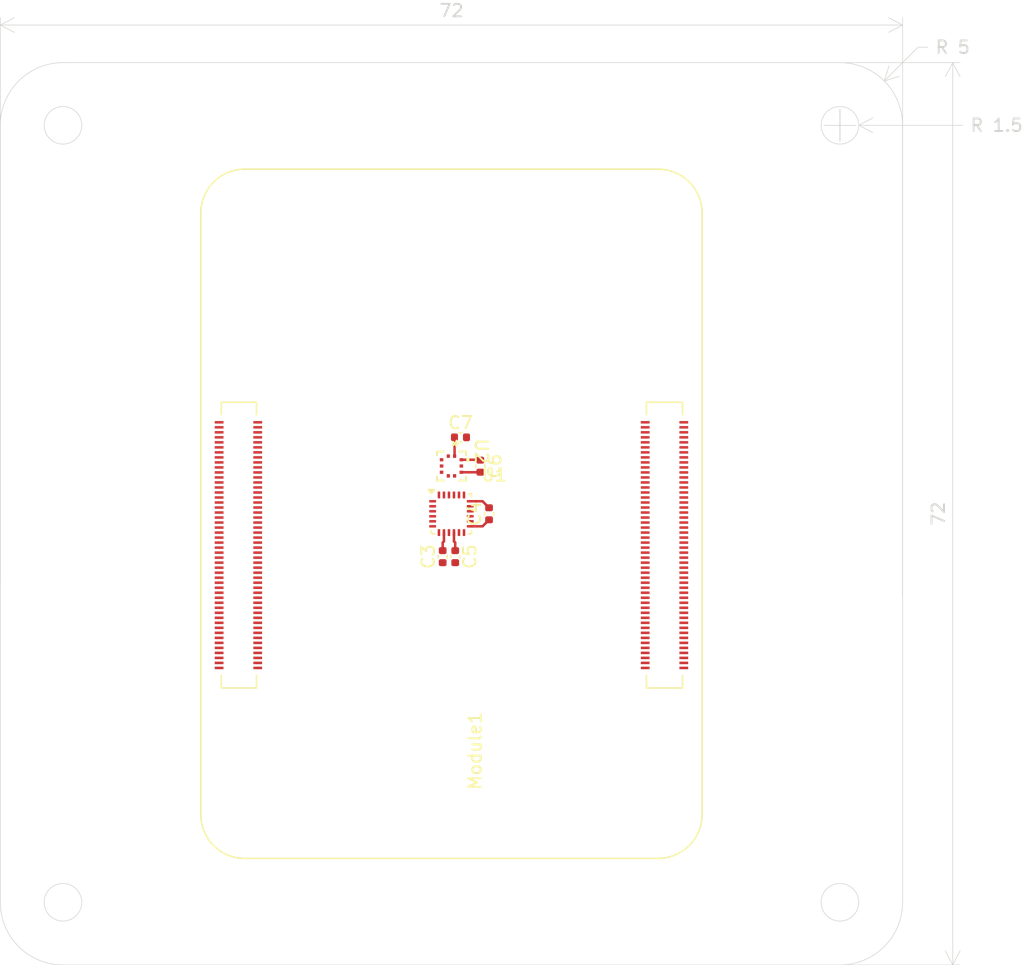
<source format=kicad_pcb>
(kicad_pcb (version 20241229) (generator "pcbnew") (generator_version "9.0")
  (title_block (title "VikramSat Avionics Board") (date "20 July 2025") (rev "v0.1") (company "Astralis"))
  (layers (0 "F.Cu" signal) (2 "B.Cu" signal) (13 "F.Paste" user) (15 "B.Paste" user) (5 "F.SilkS" user "F.Silkscreen") (7 "B.SilkS" user "B.Silkscreen") (1 "F.Mask" user) (3 "B.Mask" user) (25 "Edge.Cuts" user))
  (net 0 "")
  (net 1 "+1V8")
  (net 2 "GND")
  (net 3 "+3V3")
  (net 4 "Net-(U1-REGOUT)")
  (net 5 "/CC2")
  (net 6 "/D+")
  (net 7 "/D-")
  (net 8 "/CC1")
  (net 18 "/MISO1")
  (net 22 "+5V")
  (net 58 "/MOSI1")
  (net 108 "/SCLK1")
  (net 156 "/CS_IMU")
  (net 161 "/CS_BMP")
  (footprint "Avionics-Board:RPi-CM5" (layer "F.Cu") (at 128.1 129.2)
    (property "Reference" "Module1" (at 18.38 -5.08 270) (layer "F.SilkS"))
    (property "Value" "ComputeModule5-CM5")
    (fp_line (start -3.5 -48) (end -3.5 0) (stroke (width 0.12)) (layer "F.SilkS"))
    (fp_line (start -1.86 -32.9) (end -1.86 -31.9) (stroke (width 0.12)) (layer "F.SilkS"))
    (fp_line (start -1.86 -32.9) (end 0.94 -32.9) (stroke (width 0.12)) (layer "F.SilkS"))
    (fp_line (start -1.86 -10.1) (end -1.86 -11.1) (stroke (width 0.12)) (layer "F.SilkS"))
    (fp_line (start -1.86 -10.1) (end 0.94 -10.1) (stroke (width 0.12)) (layer "F.SilkS"))
    (fp_line (start 0 3.5) (end 33 3.5) (stroke (width 0.12)) (layer "F.SilkS"))
    (fp_line (start 0.94 -32.9) (end 0.94 -31.9) (stroke (width 0.12)) (layer "F.SilkS"))
    (fp_line (start 0.94 -10.1) (end 0.94 -11.1) (stroke (width 0.12)) (layer "F.SilkS"))
    (fp_line (start 32.06 -32.9) (end 32.06 -31.9) (stroke (width 0.12)) (layer "F.SilkS"))
    (fp_line (start 32.06 -32.9) (end 34.94 -32.9) (stroke (width 0.12)) (layer "F.SilkS"))
    (fp_line (start 32.06 -10.1) (end 32.06 -11.1) (stroke (width 0.12)) (layer "F.SilkS"))
    (fp_line (start 32.06 -10.1) (end 34.94 -10.1) (stroke (width 0.12)) (layer "F.SilkS"))
    (fp_line (start 33 -51.5) (end 0 -51.5) (stroke (width 0.12)) (layer "F.SilkS"))
    (fp_line (start 34.94 -32.9) (end 34.94 -31.9) (stroke (width 0.12)) (layer "F.SilkS"))
    (fp_line (start 34.94 -10.1) (end 34.94 -11.1) (stroke (width 0.12)) (layer "F.SilkS"))
    (fp_line (start 36.5 0) (end 36.5 -48) (stroke (width 0.12)) (layer "F.SilkS"))
    (fp_arc (start -3.5 -48) (mid -2.474874 -50.474874) (end 0 -51.5) (stroke (width 0.12)) (layer "F.SilkS"))
    (fp_arc (start 0 3.5) (mid -2.474874 2.474874) (end -3.5 0) (stroke (width 0.12)) (layer "F.SilkS"))
    (fp_arc (start 33 -51.5) (mid 35.474874 -50.474874) (end 36.5 -48) (stroke (width 0.12)) (layer "F.SilkS"))
    (fp_arc (start 36.5 0) (mid 35.474874 2.474874) (end 33 3.5) (stroke (width 0.12)) (layer "F.SilkS"))
    (pad "" np_thru_hole circle (at 0 -48) (size 2.7 2.7) (drill 2.7) (layers "*.Cu" "*.Mask") (clearance 1.7))
    (pad "" np_thru_hole circle (at 0 0) (size 2.7 2.7) (drill 2.7) (layers "*.Cu" "*.Mask") (clearance 1.7))
    (pad "" np_thru_hole circle (at 33 -48) (size 2.7 2.7) (drill 2.7) (layers "*.Cu" "*.Mask") (clearance 1.7))
    (pad "" np_thru_hole circle (at 33 0) (size 2.7 2.7) (drill 2.7) (layers "*.Cu" "*.Mask") (clearance 1.7))
    (pad "1" smd rect (at -2.04 -31.3 270) (size 0.2 0.7) (layers "F.Cu" "F.Mask" "F.Paste") (net 2 "GND"))
    (pad "2" smd rect (at 1.04 -31.3 270) (size 0.2 0.7) (layers "F.Cu" "F.Mask" "F.Paste") (net 2 "GND"))
    (pad "3" smd rect (at -2.04 -30.9 270) (size 0.2 0.7) (layers "F.Cu" "F.Mask" "F.Paste"))
    (pad "4" smd rect (at 1.04 -30.9 270) (size 0.2 0.7) (layers "F.Cu" "F.Mask" "F.Paste"))
    (pad "5" smd rect (at -2.04 -30.5 270) (size 0.2 0.7) (layers "F.Cu" "F.Mask" "F.Paste"))
    (pad "6" smd rect (at 1.04 -30.5 270) (size 0.2 0.7) (layers "F.Cu" "F.Mask" "F.Paste"))
    (pad "7" smd rect (at -2.04 -30.1 270) (size 0.2 0.7) (layers "F.Cu" "F.Mask" "F.Paste") (net 2 "GND"))
    (pad "8" smd rect (at 1.04 -30.1 270) (size 0.2 0.7) (layers "F.Cu" "F.Mask" "F.Paste") (net 2 "GND"))
    (pad "9" smd rect (at -2.04 -29.7 270) (size 0.2 0.7) (layers "F.Cu" "F.Mask" "F.Paste"))
    (pad "10" smd rect (at 1.04 -29.7 270) (size 0.2 0.7) (layers "F.Cu" "F.Mask" "F.Paste"))
    (pad "11" smd rect (at -2.04 -29.3 270) (size 0.2 0.7) (layers "F.Cu" "F.Mask" "F.Paste"))
    (pad "12" smd rect (at 1.04 -29.3 270) (size 0.2 0.7) (layers "F.Cu" "F.Mask" "F.Paste"))
    (pad "13" smd rect (at -2.04 -28.9 270) (size 0.2 0.7) (layers "F.Cu" "F.Mask" "F.Paste") (net 2 "GND"))
    (pad "14" smd rect (at 1.04 -28.9 270) (size 0.2 0.7) (layers "F.Cu" "F.Mask" "F.Paste") (net 2 "GND"))
    (pad "15" smd rect (at -2.04 -28.5 270) (size 0.2 0.7) (layers "F.Cu" "F.Mask" "F.Paste"))
    (pad "16" smd rect (at 1.04 -28.5 270) (size 0.2 0.7) (layers "F.Cu" "F.Mask" "F.Paste"))
    (pad "17" smd rect (at -2.04 -28.1 270) (size 0.2 0.7) (layers "F.Cu" "F.Mask" "F.Paste"))
    (pad "18" smd rect (at 1.04 -28.1 270) (size 0.2 0.7) (layers "F.Cu" "F.Mask" "F.Paste"))
    (pad "19" smd rect (at -2.04 -27.7 270) (size 0.2 0.7) (layers "F.Cu" "F.Mask" "F.Paste"))
    (pad "20" smd rect (at 1.04 -27.7 270) (size 0.2 0.7) (layers "F.Cu" "F.Mask" "F.Paste"))
    (pad "21" smd rect (at -2.04 -27.3 270) (size 0.2 0.7) (layers "F.Cu" "F.Mask" "F.Paste"))
    (pad "22" smd rect (at 1.04 -27.3 270) (size 0.2 0.7) (layers "F.Cu" "F.Mask" "F.Paste") (net 2 "GND"))
    (pad "23" smd rect (at -2.04 -26.9 270) (size 0.2 0.7) (layers "F.Cu" "F.Mask" "F.Paste") (net 2 "GND"))
    (pad "24" smd rect (at 1.04 -26.9 270) (size 0.2 0.7) (layers "F.Cu" "F.Mask" "F.Paste"))
    (pad "25" smd rect (at -2.04 -26.5 270) (size 0.2 0.7) (layers "F.Cu" "F.Mask" "F.Paste") (net 108 "/SCLK1"))
    (pad "26" smd rect (at 1.04 -26.5 270) (size 0.2 0.7) (layers "F.Cu" "F.Mask" "F.Paste") (net 18 "/MISO1"))
    (pad "27" smd rect (at -2.04 -26.1 270) (size 0.2 0.7) (layers "F.Cu" "F.Mask" "F.Paste") (net 58 "/MOSI1"))
    (pad "28" smd rect (at 1.04 -26.1 270) (size 0.2 0.7) (layers "F.Cu" "F.Mask" "F.Paste"))
    (pad "29" smd rect (at -2.04 -25.7 270) (size 0.2 0.7) (layers "F.Cu" "F.Mask" "F.Paste"))
    (pad "30" smd rect (at 1.04 -25.7 270) (size 0.2 0.7) (layers "F.Cu" "F.Mask" "F.Paste"))
    (pad "31" smd rect (at -2.04 -25.3 270) (size 0.2 0.7) (layers "F.Cu" "F.Mask" "F.Paste"))
    (pad "32" smd rect (at 1.04 -25.3 270) (size 0.2 0.7) (layers "F.Cu" "F.Mask" "F.Paste") (net 2 "GND"))
    (pad "33" smd rect (at -2.04 -24.9 270) (size 0.2 0.7) (layers "F.Cu" "F.Mask" "F.Paste") (net 2 "GND"))
    (pad "34" smd rect (at 1.04 -24.9 270) (size 0.2 0.7) (layers "F.Cu" "F.Mask" "F.Paste"))
    (pad "35" smd rect (at -2.04 -24.5 270) (size 0.2 0.7) (layers "F.Cu" "F.Mask" "F.Paste"))
    (pad "36" smd rect (at 1.04 -24.5 270) (size 0.2 0.7) (layers "F.Cu" "F.Mask" "F.Paste"))
    (pad "37" smd rect (at -2.04 -24.1 270) (size 0.2 0.7) (layers "F.Cu" "F.Mask" "F.Paste"))
    (pad "38" smd rect (at 1.04 -24.1 270) (size 0.2 0.7) (layers "F.Cu" "F.Mask" "F.Paste"))
    (pad "39" smd rect (at -2.04 -23.7 270) (size 0.2 0.7) (layers "F.Cu" "F.Mask" "F.Paste"))
    (pad "40" smd rect (at 1.04 -23.7 270) (size 0.2 0.7) (layers "F.Cu" "F.Mask" "F.Paste"))
    (pad "41" smd rect (at -2.04 -23.3 270) (size 0.2 0.7) (layers "F.Cu" "F.Mask" "F.Paste"))
    (pad "42" smd rect (at 1.04 -23.3 270) (size 0.2 0.7) (layers "F.Cu" "F.Mask" "F.Paste") (net 2 "GND"))
    (pad "43" smd rect (at -2.04 -22.9 270) (size 0.2 0.7) (layers "F.Cu" "F.Mask" "F.Paste") (net 2 "GND"))
    (pad "44" smd rect (at 1.04 -22.9 270) (size 0.2 0.7) (layers "F.Cu" "F.Mask" "F.Paste"))
    (pad "45" smd rect (at -2.04 -22.5 270) (size 0.2 0.7) (layers "F.Cu" "F.Mask" "F.Paste"))
    (pad "46" smd rect (at 1.04 -22.5 270) (size 0.2 0.7) (layers "F.Cu" "F.Mask" "F.Paste"))
    (pad "47" smd rect (at -2.04 -22.1 270) (size 0.2 0.7) (layers "F.Cu" "F.Mask" "F.Paste"))
    (pad "48" smd rect (at 1.04 -22.1 270) (size 0.2 0.7) (layers "F.Cu" "F.Mask" "F.Paste"))
    (pad "49" smd rect (at -2.04 -21.7 270) (size 0.2 0.7) (layers "F.Cu" "F.Mask" "F.Paste"))
    (pad "50" smd rect (at 1.04 -21.7 270) (size 0.2 0.7) (layers "F.Cu" "F.Mask" "F.Paste"))
    (pad "51" smd rect (at -2.04 -21.3 270) (size 0.2 0.7) (layers "F.Cu" "F.Mask" "F.Paste"))
    (pad "52" smd rect (at 1.04 -21.3 270) (size 0.2 0.7) (layers "F.Cu" "F.Mask" "F.Paste") (net 2 "GND"))
    (pad "53" smd rect (at -2.04 -20.9 270) (size 0.2 0.7) (layers "F.Cu" "F.Mask" "F.Paste") (net 2 "GND"))
    (pad "54" smd rect (at 1.04 -20.9 270) (size 0.2 0.7) (layers "F.Cu" "F.Mask" "F.Paste"))
    (pad "55" smd rect (at -2.04 -20.5 270) (size 0.2 0.7) (layers "F.Cu" "F.Mask" "F.Paste"))
    (pad "56" smd rect (at 1.04 -20.5 270) (size 0.2 0.7) (layers "F.Cu" "F.Mask" "F.Paste"))
    (pad "57" smd rect (at -2.04 -20.1 270) (size 0.2 0.7) (layers "F.Cu" "F.Mask" "F.Paste"))
    (pad "58" smd rect (at 1.04 -20.1 270) (size 0.2 0.7) (layers "F.Cu" "F.Mask" "F.Paste"))
    (pad "59" smd rect (at -2.04 -19.7 270) (size 0.2 0.7) (layers "F.Cu" "F.Mask" "F.Paste") (net 2 "GND"))
    (pad "60" smd rect (at 1.04 -19.7 270) (size 0.2 0.7) (layers "F.Cu" "F.Mask" "F.Paste") (net 2 "GND"))
    (pad "61" smd rect (at -2.04 -19.3 270) (size 0.2 0.7) (layers "F.Cu" "F.Mask" "F.Paste"))
    (pad "62" smd rect (at 1.04 -19.3 270) (size 0.2 0.7) (layers "F.Cu" "F.Mask" "F.Paste"))
    (pad "63" smd rect (at -2.04 -18.9 270) (size 0.2 0.7) (layers "F.Cu" "F.Mask" "F.Paste"))
    (pad "64" smd rect (at 1.04 -18.9 270) (size 0.2 0.7) (layers "F.Cu" "F.Mask" "F.Paste"))
    (pad "65" smd rect (at -2.04 -18.5 270) (size 0.2 0.7) (layers "F.Cu" "F.Mask" "F.Paste") (net 2 "GND"))
    (pad "66" smd rect (at 1.04 -18.5 270) (size 0.2 0.7) (layers "F.Cu" "F.Mask" "F.Paste") (net 2 "GND"))
    (pad "67" smd rect (at -2.04 -18.1 270) (size 0.2 0.7) (layers "F.Cu" "F.Mask" "F.Paste"))
    (pad "68" smd rect (at 1.04 -18.1 270) (size 0.2 0.7) (layers "F.Cu" "F.Mask" "F.Paste"))
    (pad "69" smd rect (at -2.04 -17.7 270) (size 0.2 0.7) (layers "F.Cu" "F.Mask" "F.Paste"))
    (pad "70" smd rect (at 1.04 -17.7 270) (size 0.2 0.7) (layers "F.Cu" "F.Mask" "F.Paste"))
    (pad "71" smd rect (at -2.04 -17.3 270) (size 0.2 0.7) (layers "F.Cu" "F.Mask" "F.Paste") (net 2 "GND"))
    (pad "72" smd rect (at 1.04 -17.3 270) (size 0.2 0.7) (layers "F.Cu" "F.Mask" "F.Paste"))
    (pad "73" smd rect (at -2.04 -16.9 270) (size 0.2 0.7) (layers "F.Cu" "F.Mask" "F.Paste"))
    (pad "74" smd rect (at 1.04 -16.9 270) (size 0.2 0.7) (layers "F.Cu" "F.Mask" "F.Paste") (net 2 "GND"))
    (pad "75" smd rect (at -2.04 -16.5 270) (size 0.2 0.7) (layers "F.Cu" "F.Mask" "F.Paste"))
    (pad "76" smd rect (at 1.04 -16.5 270) (size 0.2 0.7) (layers "F.Cu" "F.Mask" "F.Paste"))
    (pad "77" smd rect (at -2.04 -16.1 270) (size 0.2 0.7) (layers "F.Cu" "F.Mask" "F.Paste") (net 22 "+5V"))
    (pad "78" smd rect (at 1.04 -16.1 270) (size 0.2 0.7) (layers "F.Cu" "F.Mask" "F.Paste"))
    (pad "79" smd rect (at -2.04 -15.7 270) (size 0.2 0.7) (layers "F.Cu" "F.Mask" "F.Paste") (net 22 "+5V"))
    (pad "80" smd rect (at 1.04 -15.7 270) (size 0.2 0.7) (layers "F.Cu" "F.Mask" "F.Paste"))
    (pad "81" smd rect (at -2.04 -15.3 270) (size 0.2 0.7) (layers "F.Cu" "F.Mask" "F.Paste") (net 22 "+5V"))
    (pad "82" smd rect (at 1.04 -15.3 270) (size 0.2 0.7) (layers "F.Cu" "F.Mask" "F.Paste"))
    (pad "83" smd rect (at -2.04 -14.9 270) (size 0.2 0.7) (layers "F.Cu" "F.Mask" "F.Paste") (net 22 "+5V"))
    (pad "84" smd rect (at 1.04 -14.9 270) (size 0.2 0.7) (layers "F.Cu" "F.Mask" "F.Paste") (net 3 "+3V3"))
    (pad "85" smd rect (at -2.04 -14.5 270) (size 0.2 0.7) (layers "F.Cu" "F.Mask" "F.Paste") (net 22 "+5V"))
    (pad "86" smd rect (at 1.04 -14.5 270) (size 0.2 0.7) (layers "F.Cu" "F.Mask" "F.Paste") (net 3 "+3V3"))
    (pad "87" smd rect (at -2.04 -14.1 270) (size 0.2 0.7) (layers "F.Cu" "F.Mask" "F.Paste") (net 22 "+5V"))
    (pad "88" smd rect (at 1.04 -14.1 270) (size 0.2 0.7) (layers "F.Cu" "F.Mask" "F.Paste") (net 1 "+1V8"))
    (pad "89" smd rect (at -2.04 -13.7 270) (size 0.2 0.7) (layers "F.Cu" "F.Mask" "F.Paste"))
    (pad "90" smd rect (at 1.04 -13.7 270) (size 0.2 0.7) (layers "F.Cu" "F.Mask" "F.Paste") (net 1 "+1V8"))
    (pad "91" smd rect (at -2.04 -13.3 270) (size 0.2 0.7) (layers "F.Cu" "F.Mask" "F.Paste"))
    (pad "92" smd rect (at 1.04 -13.3 270) (size 0.2 0.7) (layers "F.Cu" "F.Mask" "F.Paste"))
    (pad "93" smd rect (at -2.04 -12.9 270) (size 0.2 0.7) (layers "F.Cu" "F.Mask" "F.Paste"))
    (pad "94" smd rect (at 1.04 -12.9 270) (size 0.2 0.7) (layers "F.Cu" "F.Mask" "F.Paste") (net 8 "/CC1"))
    (pad "95" smd rect (at -2.04 -12.5 270) (size 0.2 0.7) (layers "F.Cu" "F.Mask" "F.Paste"))
    (pad "96" smd rect (at 1.04 -12.5 270) (size 0.2 0.7) (layers "F.Cu" "F.Mask" "F.Paste") (net 5 "/CC2"))
    (pad "97" smd rect (at -2.04 -12.1 270) (size 0.2 0.7) (layers "F.Cu" "F.Mask" "F.Paste"))
    (pad "98" smd rect (at 1.04 -12.1 270) (size 0.2 0.7) (layers "F.Cu" "F.Mask" "F.Paste") (net 2 "GND"))
    (pad "99" smd rect (at -2.04 -11.7 270) (size 0.2 0.7) (layers "F.Cu" "F.Mask" "F.Paste"))
    (pad "100" smd rect (at 1.04 -11.7 270) (size 0.2 0.7) (layers "F.Cu" "F.Mask" "F.Paste"))
    (pad "101" smd rect (at 31.96 -31.3 270) (size 0.2 0.7) (layers "F.Cu" "F.Mask" "F.Paste"))
    (pad "102" smd rect (at 35.04 -31.3 270) (size 0.2 0.7) (layers "F.Cu" "F.Mask" "F.Paste"))
    (pad "103" smd rect (at 31.96 -30.9 270) (size 0.2 0.7) (layers "F.Cu" "F.Mask" "F.Paste") (net 7 "/D-"))
    (pad "104" smd rect (at 35.04 -30.9 270) (size 0.2 0.7) (layers "F.Cu" "F.Mask" "F.Paste"))
    (pad "105" smd rect (at 31.96 -30.5 270) (size 0.2 0.7) (layers "F.Cu" "F.Mask" "F.Paste") (net 6 "/D+"))
    (pad "106" smd rect (at 35.04 -30.5 270) (size 0.2 0.7) (layers "F.Cu" "F.Mask" "F.Paste"))
    (pad "107" smd rect (at 31.96 -30.1 270) (size 0.2 0.7) (layers "F.Cu" "F.Mask" "F.Paste") (net 2 "GND"))
    (pad "108" smd rect (at 35.04 -30.1 270) (size 0.2 0.7) (layers "F.Cu" "F.Mask" "F.Paste") (net 2 "GND"))
    (pad "109" smd rect (at 31.96 -29.7 270) (size 0.2 0.7) (layers "F.Cu" "F.Mask" "F.Paste"))
    (pad "110" smd rect (at 35.04 -29.7 270) (size 0.2 0.7) (layers "F.Cu" "F.Mask" "F.Paste"))
    (pad "111" smd rect (at 31.96 -29.3 270) (size 0.2 0.7) (layers "F.Cu" "F.Mask" "F.Paste"))
    (pad "112" smd rect (at 35.04 -29.3 270) (size 0.2 0.7) (layers "F.Cu" "F.Mask" "F.Paste"))
    (pad "113" smd rect (at 31.96 -28.9 270) (size 0.2 0.7) (layers "F.Cu" "F.Mask" "F.Paste") (net 2 "GND"))
    (pad "114" smd rect (at 35.04 -28.9 270) (size 0.2 0.7) (layers "F.Cu" "F.Mask" "F.Paste") (net 2 "GND"))
    (pad "115" smd rect (at 31.96 -28.5 270) (size 0.2 0.7) (layers "F.Cu" "F.Mask" "F.Paste"))
    (pad "116" smd rect (at 35.04 -28.5 270) (size 0.2 0.7) (layers "F.Cu" "F.Mask" "F.Paste"))
    (pad "117" smd rect (at 31.96 -28.1 270) (size 0.2 0.7) (layers "F.Cu" "F.Mask" "F.Paste"))
    (pad "118" smd rect (at 35.04 -28.1 270) (size 0.2 0.7) (layers "F.Cu" "F.Mask" "F.Paste"))
    (pad "119" smd rect (at 31.96 -27.7 270) (size 0.2 0.7) (layers "F.Cu" "F.Mask" "F.Paste") (net 2 "GND"))
    (pad "120" smd rect (at 35.04 -27.7 270) (size 0.2 0.7) (layers "F.Cu" "F.Mask" "F.Paste") (net 2 "GND"))
    (pad "121" smd rect (at 31.96 -27.3 270) (size 0.2 0.7) (layers "F.Cu" "F.Mask" "F.Paste"))
    (pad "122" smd rect (at 35.04 -27.3 270) (size 0.2 0.7) (layers "F.Cu" "F.Mask" "F.Paste"))
    (pad "123" smd rect (at 31.96 -26.9 270) (size 0.2 0.7) (layers "F.Cu" "F.Mask" "F.Paste"))
    (pad "124" smd rect (at 35.04 -26.9 270) (size 0.2 0.7) (layers "F.Cu" "F.Mask" "F.Paste"))
    (pad "125" smd rect (at 31.96 -26.5 270) (size 0.2 0.7) (layers "F.Cu" "F.Mask" "F.Paste") (net 2 "GND"))
    (pad "126" smd rect (at 35.04 -26.5 270) (size 0.2 0.7) (layers "F.Cu" "F.Mask" "F.Paste") (net 2 "GND"))
    (pad "127" smd rect (at 31.96 -26.1 270) (size 0.2 0.7) (layers "F.Cu" "F.Mask" "F.Paste"))
    (pad "128" smd rect (at 35.04 -26.1 270) (size 0.2 0.7) (layers "F.Cu" "F.Mask" "F.Paste"))
    (pad "129" smd rect (at 31.96 -25.7 270) (size 0.2 0.7) (layers "F.Cu" "F.Mask" "F.Paste"))
    (pad "130" smd rect (at 35.04 -25.7 270) (size 0.2 0.7) (layers "F.Cu" "F.Mask" "F.Paste"))
    (pad "131" smd rect (at 31.96 -25.3 270) (size 0.2 0.7) (layers "F.Cu" "F.Mask" "F.Paste") (net 2 "GND"))
    (pad "132" smd rect (at 35.04 -25.3 270) (size 0.2 0.7) (layers "F.Cu" "F.Mask" "F.Paste") (net 2 "GND"))
    (pad "133" smd rect (at 31.96 -24.9 270) (size 0.2 0.7) (layers "F.Cu" "F.Mask" "F.Paste"))
    (pad "134" smd rect (at 35.04 -24.9 270) (size 0.2 0.7) (layers "F.Cu" "F.Mask" "F.Paste"))
    (pad "135" smd rect (at 31.96 -24.5 270) (size 0.2 0.7) (layers "F.Cu" "F.Mask" "F.Paste"))
    (pad "136" smd rect (at 35.04 -24.5 270) (size 0.2 0.7) (layers "F.Cu" "F.Mask" "F.Paste"))
    (pad "137" smd rect (at 31.96 -24.1 270) (size 0.2 0.7) (layers "F.Cu" "F.Mask" "F.Paste"))
    (pad "138" smd rect (at 35.04 -24.1 270) (size 0.2 0.7) (layers "F.Cu" "F.Mask" "F.Paste") (net 2 "GND"))
    (pad "139" smd rect (at 31.96 -23.7 270) (size 0.2 0.7) (layers "F.Cu" "F.Mask" "F.Paste"))
    (pad "140" smd rect (at 35.04 -23.7 270) (size 0.2 0.7) (layers "F.Cu" "F.Mask" "F.Paste"))
    (pad "141" smd rect (at 31.96 -23.3 270) (size 0.2 0.7) (layers "F.Cu" "F.Mask" "F.Paste"))
    (pad "142" smd rect (at 35.04 -23.3 270) (size 0.2 0.7) (layers "F.Cu" "F.Mask" "F.Paste"))
    (pad "143" smd rect (at 31.96 -22.9 270) (size 0.2 0.7) (layers "F.Cu" "F.Mask" "F.Paste"))
    (pad "144" smd rect (at 35.04 -22.9 270) (size 0.2 0.7) (layers "F.Cu" "F.Mask" "F.Paste") (net 2 "GND"))
    (pad "145" smd rect (at 31.96 -22.5 270) (size 0.2 0.7) (layers "F.Cu" "F.Mask" "F.Paste"))
    (pad "146" smd rect (at 35.04 -22.5 270) (size 0.2 0.7) (layers "F.Cu" "F.Mask" "F.Paste"))
    (pad "147" smd rect (at 31.96 -22.1 270) (size 0.2 0.7) (layers "F.Cu" "F.Mask" "F.Paste"))
    (pad "148" smd rect (at 35.04 -22.1 270) (size 0.2 0.7) (layers "F.Cu" "F.Mask" "F.Paste"))
    (pad "149" smd rect (at 31.96 -21.7 270) (size 0.2 0.7) (layers "F.Cu" "F.Mask" "F.Paste") (net 2 "GND"))
    (pad "150" smd rect (at 35.04 -21.7 270) (size 0.2 0.7) (layers "F.Cu" "F.Mask" "F.Paste") (net 2 "GND"))
    (pad "151" smd rect (at 31.96 -21.3 270) (size 0.2 0.7) (layers "F.Cu" "F.Mask" "F.Paste"))
    (pad "152" smd rect (at 35.04 -21.3 270) (size 0.2 0.7) (layers "F.Cu" "F.Mask" "F.Paste"))
    (pad "153" smd rect (at 31.96 -20.9 270) (size 0.2 0.7) (layers "F.Cu" "F.Mask" "F.Paste"))
    (pad "154" smd rect (at 35.04 -20.9 270) (size 0.2 0.7) (layers "F.Cu" "F.Mask" "F.Paste"))
    (pad "155" smd rect (at 31.96 -20.5 270) (size 0.2 0.7) (layers "F.Cu" "F.Mask" "F.Paste") (net 2 "GND"))
    (pad "156" smd rect (at 35.04 -20.5 270) (size 0.2 0.7) (layers "F.Cu" "F.Mask" "F.Paste") (net 2 "GND"))
    (pad "157" smd rect (at 31.96 -20.1 270) (size 0.2 0.7) (layers "F.Cu" "F.Mask" "F.Paste"))
    (pad "158" smd rect (at 35.04 -20.1 270) (size 0.2 0.7) (layers "F.Cu" "F.Mask" "F.Paste"))
    (pad "159" smd rect (at 31.96 -19.7 270) (size 0.2 0.7) (layers "F.Cu" "F.Mask" "F.Paste"))
    (pad "160" smd rect (at 35.04 -19.7 270) (size 0.2 0.7) (layers "F.Cu" "F.Mask" "F.Paste"))
    (pad "161" smd rect (at 31.96 -19.3 270) (size 0.2 0.7) (layers "F.Cu" "F.Mask" "F.Paste") (net 2 "GND"))
    (pad "162" smd rect (at 35.04 -19.3 270) (size 0.2 0.7) (layers "F.Cu" "F.Mask" "F.Paste") (net 2 "GND"))
    (pad "163" smd rect (at 31.96 -18.9 270) (size 0.2 0.7) (layers "F.Cu" "F.Mask" "F.Paste"))
    (pad "164" smd rect (at 35.04 -18.9 270) (size 0.2 0.7) (layers "F.Cu" "F.Mask" "F.Paste"))
    (pad "165" smd rect (at 31.96 -18.5 270) (size 0.2 0.7) (layers "F.Cu" "F.Mask" "F.Paste"))
    (pad "166" smd rect (at 35.04 -18.5 270) (size 0.2 0.7) (layers "F.Cu" "F.Mask" "F.Paste"))
    (pad "167" smd rect (at 31.96 -18.1 270) (size 0.2 0.7) (layers "F.Cu" "F.Mask" "F.Paste") (net 2 "GND"))
    (pad "168" smd rect (at 35.04 -18.1 270) (size 0.2 0.7) (layers "F.Cu" "F.Mask" "F.Paste") (net 2 "GND"))
    (pad "169" smd rect (at 31.96 -17.7 270) (size 0.2 0.7) (layers "F.Cu" "F.Mask" "F.Paste"))
    (pad "170" smd rect (at 35.04 -17.7 270) (size 0.2 0.7) (layers "F.Cu" "F.Mask" "F.Paste"))
    (pad "171" smd rect (at 31.96 -17.3 270) (size 0.2 0.7) (layers "F.Cu" "F.Mask" "F.Paste"))
    (pad "172" smd rect (at 35.04 -17.3 270) (size 0.2 0.7) (layers "F.Cu" "F.Mask" "F.Paste"))
    (pad "173" smd rect (at 31.96 -16.9 270) (size 0.2 0.7) (layers "F.Cu" "F.Mask" "F.Paste") (net 2 "GND"))
    (pad "174" smd rect (at 35.04 -16.9 270) (size 0.2 0.7) (layers "F.Cu" "F.Mask" "F.Paste") (net 2 "GND"))
    (pad "175" smd rect (at 31.96 -16.5 270) (size 0.2 0.7) (layers "F.Cu" "F.Mask" "F.Paste"))
    (pad "176" smd rect (at 35.04 -16.5 270) (size 0.2 0.7) (layers "F.Cu" "F.Mask" "F.Paste"))
    (pad "177" smd rect (at 31.96 -16.1 270) (size 0.2 0.7) (layers "F.Cu" "F.Mask" "F.Paste"))
    (pad "178" smd rect (at 35.04 -16.1 270) (size 0.2 0.7) (layers "F.Cu" "F.Mask" "F.Paste"))
    (pad "179" smd rect (at 31.96 -15.7 270) (size 0.2 0.7) (layers "F.Cu" "F.Mask" "F.Paste") (net 2 "GND"))
    (pad "180" smd rect (at 35.04 -15.7 270) (size 0.2 0.7) (layers "F.Cu" "F.Mask" "F.Paste") (net 2 "GND"))
    (pad "181" smd rect (at 31.96 -15.3 270) (size 0.2 0.7) (layers "F.Cu" "F.Mask" "F.Paste"))
    (pad "182" smd rect (at 35.04 -15.3 270) (size 0.2 0.7) (layers "F.Cu" "F.Mask" "F.Paste"))
    (pad "183" smd rect (at 31.96 -14.9 270) (size 0.2 0.7) (layers "F.Cu" "F.Mask" "F.Paste"))
    (pad "184" smd rect (at 35.04 -14.9 270) (size 0.2 0.7) (layers "F.Cu" "F.Mask" "F.Paste"))
    (pad "185" smd rect (at 31.96 -14.5 270) (size 0.2 0.7) (layers "F.Cu" "F.Mask" "F.Paste") (net 2 "GND"))
    (pad "186" smd rect (at 35.04 -14.5 270) (size 0.2 0.7) (layers "F.Cu" "F.Mask" "F.Paste") (net 2 "GND"))
    (pad "187" smd rect (at 31.96 -14.1 270) (size 0.2 0.7) (layers "F.Cu" "F.Mask" "F.Paste"))
    (pad "188" smd rect (at 35.04 -14.1 270) (size 0.2 0.7) (layers "F.Cu" "F.Mask" "F.Paste"))
    (pad "189" smd rect (at 31.96 -13.7 270) (size 0.2 0.7) (layers "F.Cu" "F.Mask" "F.Paste"))
    (pad "190" smd rect (at 35.04 -13.7 270) (size 0.2 0.7) (layers "F.Cu" "F.Mask" "F.Paste"))
    (pad "191" smd rect (at 31.96 -13.3 270) (size 0.2 0.7) (layers "F.Cu" "F.Mask" "F.Paste") (net 2 "GND"))
    (pad "192" smd rect (at 35.04 -13.3 270) (size 0.2 0.7) (layers "F.Cu" "F.Mask" "F.Paste") (net 2 "GND"))
    (pad "193" smd rect (at 31.96 -12.9 270) (size 0.2 0.7) (layers "F.Cu" "F.Mask" "F.Paste"))
    (pad "194" smd rect (at 35.04 -12.9 270) (size 0.2 0.7) (layers "F.Cu" "F.Mask" "F.Paste"))
    (pad "195" smd rect (at 31.96 -12.5 270) (size 0.2 0.7) (layers "F.Cu" "F.Mask" "F.Paste"))
    (pad "196" smd rect (at 35.04 -12.5 270) (size 0.2 0.7) (layers "F.Cu" "F.Mask" "F.Paste"))
    (pad "197" smd rect (at 31.96 -12.1 270) (size 0.2 0.7) (layers "F.Cu" "F.Mask" "F.Paste") (net 2 "GND"))
    (pad "198" smd rect (at 35.04 -12.1 270) (size 0.2 0.7) (layers "F.Cu" "F.Mask" "F.Paste") (net 2 "GND"))
    (pad "199" smd rect (at 31.96 -11.7 270) (size 0.2 0.7) (layers "F.Cu" "F.Mask" "F.Paste"))
    (pad "200" smd rect (at 35.04 -11.7 270) (size 0.2 0.7) (layers "F.Cu" "F.Mask" "F.Paste"))
  )
  (footprint "Avionics-Board:BMP390" (layer "F.Cu") (at 144.600001 101.3874 -90)
    (property "Reference" "U2" (at -1.1874 -2.399999 270) (layer "F.SilkS"))
    (property "Value" "BMP390" (hide yes))
    (fp_line (start -1.1557 1.1557) (end -0.86878 1.1557) (stroke (width 0.1524)) (layer "F.SilkS"))
    (fp_line (start 0.86878 1.1557) (end 1.1557 1.1557) (stroke (width 0.1524)) (layer "F.SilkS"))
    (fp_line (start 1.1557 1.1557) (end 1.1557 0.61878) (stroke (width 0.1524)) (layer "F.SilkS"))
    (fp_line (start -1.1557 0.61878) (end -1.1557 1.1557) (stroke (width 0.1524)) (layer "F.SilkS"))
    (fp_line (start 1.1557 -0.61878) (end 1.1557 -1.1557) (stroke (width 0.1524)) (layer "F.SilkS"))
    (fp_line (start -1.1557 -1.1557) (end -1.1557 -0.61878) (stroke (width 0.1524)) (layer "F.SilkS"))
    (fp_line (start -0.86878 -1.1557) (end -1.1557 -1.1557) (stroke (width 0.1524)) (layer "F.SilkS"))
    (fp_line (start 1.1557 -1.1557) (end 0.86878 -1.1557) (stroke (width 0.1524)) (layer "F.SilkS"))
    (fp_poly (pts (xy -0.690499 -1.1811) (xy -0.690499 -1.4351) (xy -0.309499 -1.4351) (xy -0.309499 -1.1811)) (fill yes) (layer "F.SilkS"))
    (fp_text user "*" (at -1.7874 0.000001 270) (layer "F.SilkS"))
    (pad "1" smd rect (at -0.7874 -0.25) (size 0.254 0.2794) (layers "F.Cu" "F.Mask" "F.Paste") (net 3 "+3V3"))
    (pad "2" smd rect (at -0.7874 0.25) (size 0.254 0.2794) (layers "F.Cu" "F.Mask" "F.Paste") (net 108 "/SCLK1"))
    (pad "3" smd rect (at -0.499999 0.7874 270) (size 0.254 0.2794) (layers "F.Cu" "F.Mask" "F.Paste") (net 2 "GND"))
    (pad "4" smd rect (at 0 0.7874 270) (size 0.254 0.2794) (layers "F.Cu" "F.Mask" "F.Paste") (net 58 "/MOSI1"))
    (pad "5" smd rect (at 0.499999 0.7874 270) (size 0.254 0.2794) (layers "F.Cu" "F.Mask" "F.Paste") (net 18 "/MISO1"))
    (pad "6" smd rect (at 0.7874 0.25) (size 0.254 0.2794) (layers "F.Cu" "F.Mask" "F.Paste") (net 161 "/CS_BMP"))
    (pad "7" smd rect (at 0.7874 -0.25) (size 0.254 0.2794) (layers "F.Cu" "F.Mask" "F.Paste"))
    (pad "8" smd rect (at 0.499999 -0.7874 270) (size 0.254 0.2794) (layers "F.Cu" "F.Mask" "F.Paste") (net 2 "GND"))
    (pad "9" smd rect (at 0 -0.7874 270) (size 0.254 0.2794) (layers "F.Cu" "F.Mask" "F.Paste") (net 2 "GND"))
    (pad "10" smd rect (at -0.499999 -0.7874 270) (size 0.254 0.2794) (layers "F.Cu" "F.Mask" "F.Paste") (net 3 "+3V3"))
  )
  (footprint "Capacitor_SMD:C_0402_1005Metric" (layer "F.Cu") (at 144.9 108.62 -90)
    (property "Reference" "C5" (at 0 -1.16 90) (layer "F.SilkS"))
    (property "Value" "100nF" (hide yes))
    (fp_line (start -0.107836 0.36) (end 0.107836 0.36) (stroke (width 0.12)) (layer "F.SilkS"))
    (fp_line (start -0.107836 -0.36) (end 0.107836 -0.36) (stroke (width 0.12)) (layer "F.SilkS"))
    (pad "1" smd roundrect (at -0.48 0 270) (size 0.56 0.62) (layers "F.Cu" "F.Mask" "F.Paste") (net 4 "Net-(U1-REGOUT)"))
    (pad "2" smd roundrect (at 0.48 0 270) (size 0.56 0.62) (layers "F.Cu" "F.Mask" "F.Paste") (net 2 "GND"))
  )
  (footprint "Capacitor_SMD:C_0402_1005Metric" (layer "F.Cu") (at 143.9 108.62 90)
    (property "Reference" "C3" (at 0 -1.16 90) (layer "F.SilkS"))
    (property "Value" "100nF" (hide yes))
    (fp_line (start -0.107836 -0.36) (end 0.107836 -0.36) (stroke (width 0.12)) (layer "F.SilkS"))
    (fp_line (start -0.107836 0.36) (end 0.107836 0.36) (stroke (width 0.12)) (layer "F.SilkS"))
    (pad "1" smd roundrect (at -0.48 0 90) (size 0.56 0.62) (layers "F.Cu" "F.Mask" "F.Paste") (net 2 "GND"))
    (pad "2" smd roundrect (at 0.48 0 90) (size 0.56 0.62) (layers "F.Cu" "F.Mask" "F.Paste") (net 1 "+1V8"))
  )
  (footprint "Capacitor_SMD:C_0402_1005Metric" (layer "F.Cu") (at 147.6 105.2 90)
    (property "Reference" "C4" (at 0 -1.16 90) (layer "F.SilkS"))
    (property "Value" "100nF" (hide yes))
    (fp_line (start -0.107836 -0.36) (end 0.107836 -0.36) (stroke (width 0.12)) (layer "F.SilkS"))
    (fp_line (start -0.107836 0.36) (end 0.107836 0.36) (stroke (width 0.12)) (layer "F.SilkS"))
    (pad "1" smd roundrect (at -0.48 0 90) (size 0.56 0.62) (layers "F.Cu" "F.Mask" "F.Paste") (net 3 "+3V3"))
    (pad "2" smd roundrect (at 0.48 0 90) (size 0.56 0.62) (layers "F.Cu" "F.Mask" "F.Paste") (net 2 "GND"))
  )
  (footprint "Capacitor_SMD:C_0402_1005Metric" (layer "F.Cu") (at 146.9 101.4 -90)
    (property "Reference" "C6" (at 0 -1.16 90) (layer "F.SilkS"))
    (property "Value" "100nF" (hide yes))
    (fp_line (start -0.107836 0.36) (end 0.107836 0.36) (stroke (width 0.12)) (layer "F.SilkS"))
    (fp_line (start -0.107836 -0.36) (end 0.107836 -0.36) (stroke (width 0.12)) (layer "F.SilkS"))
    (pad "1" smd roundrect (at -0.48 0 270) (size 0.56 0.62) (layers "F.Cu" "F.Mask" "F.Paste") (net 3 "+3V3"))
    (pad "2" smd roundrect (at 0.48 0 270) (size 0.56 0.62) (layers "F.Cu" "F.Mask" "F.Paste") (net 2 "GND"))
  )
  (footprint "Sensor_Motion:InvenSense_QFN-24_3x3mm_P0.4mm" (layer "F.Cu") (at 144.6 105.2)
    (property "Reference" "U1" (at 3.4 -3.1 0) (layer "F.SilkS"))
    (property "Value" "ICM-20948" (hide yes))
    (fp_line (start -1.6 1.6) (end -1.6 1.35) (stroke (width 0.12)) (layer "F.SilkS"))
    (fp_line (start -1.6 1.6) (end -1.35 1.6) (stroke (width 0.12)) (layer "F.SilkS"))
    (fp_line (start 1.6 -1.6) (end 1.35 -1.6) (stroke (width 0.12)) (layer "F.SilkS"))
    (fp_line (start 1.6 -1.6) (end 1.6 -1.35) (stroke (width 0.12)) (layer "F.SilkS"))
    (fp_line (start 1.6 1.6) (end 1.35 1.6) (stroke (width 0.12)) (layer "F.SilkS"))
    (fp_line (start 1.6 1.6) (end 1.6 1.35) (stroke (width 0.12)) (layer "F.SilkS"))
    (fp_poly (pts (xy -1.6 -1.6) (xy -1.84 -1.93) (xy -1.36 -1.93) (xy -1.6 -1.6)) (stroke (width 0.12)) (fill yes) (layer "F.SilkS"))
    (pad "1" smd roundrect (at -1.5 -1) (size 0.55 0.2) (layers "F.Cu" "F.Mask" "F.Paste"))
    (pad "2" smd roundrect (at -1.5 -0.6) (size 0.55 0.2) (layers "F.Cu" "F.Mask" "F.Paste"))
    (pad "3" smd roundrect (at -1.5 -0.2) (size 0.55 0.2) (layers "F.Cu" "F.Mask" "F.Paste"))
    (pad "4" smd roundrect (at -1.5 0.2) (size 0.55 0.2) (layers "F.Cu" "F.Mask" "F.Paste"))
    (pad "5" smd roundrect (at -1.5 0.6) (size 0.55 0.2) (layers "F.Cu" "F.Mask" "F.Paste"))
    (pad "6" smd roundrect (at -1.5 1) (size 0.55 0.2) (layers "F.Cu" "F.Mask" "F.Paste"))
    (pad "7" smd roundrect (at -1 1.5 90) (size 0.55 0.2) (layers "F.Cu" "F.Mask" "F.Paste"))
    (pad "8" smd roundrect (at -0.6 1.5 90) (size 0.55 0.2) (layers "F.Cu" "F.Mask" "F.Paste") (net 1 "+1V8"))
    (pad "9" smd roundrect (at -0.2 1.5 90) (size 0.55 0.2) (layers "F.Cu" "F.Mask" "F.Paste") (net 18 "/MISO1"))
    (pad "10" smd roundrect (at 0.2 1.5 90) (size 0.55 0.2) (layers "F.Cu" "F.Mask" "F.Paste") (net 4 "Net-(U1-REGOUT)"))
    (pad "11" smd roundrect (at 0.6 1.5 90) (size 0.55 0.2) (layers "F.Cu" "F.Mask" "F.Paste") (net 2 "GND"))
    (pad "12" smd roundrect (at 1 1.5 90) (size 0.55 0.2) (layers "F.Cu" "F.Mask" "F.Paste"))
    (pad "13" smd roundrect (at 1.5 1) (size 0.55 0.2) (layers "F.Cu" "F.Mask" "F.Paste") (net 3 "+3V3"))
    (pad "14" smd roundrect (at 1.5 0.6) (size 0.55 0.2) (layers "F.Cu" "F.Mask" "F.Paste"))
    (pad "15" smd roundrect (at 1.5 0.2) (size 0.55 0.2) (layers "F.Cu" "F.Mask" "F.Paste"))
    (pad "16" smd roundrect (at 1.5 -0.2) (size 0.55 0.2) (layers "F.Cu" "F.Mask" "F.Paste"))
    (pad "17" smd roundrect (at 1.5 -0.6) (size 0.55 0.2) (layers "F.Cu" "F.Mask" "F.Paste"))
    (pad "18" smd roundrect (at 1.5 -1) (size 0.55 0.2) (layers "F.Cu" "F.Mask" "F.Paste") (net 2 "GND"))
    (pad "19" smd roundrect (at 1 -1.5 90) (size 0.55 0.2) (layers "F.Cu" "F.Mask" "F.Paste"))
    (pad "20" smd roundrect (at 0.6 -1.5 90) (size 0.55 0.2) (layers "F.Cu" "F.Mask" "F.Paste") (net 2 "GND"))
    (pad "21" smd roundrect (at 0.2 -1.5 90) (size 0.55 0.2) (layers "F.Cu" "F.Mask" "F.Paste"))
    (pad "22" smd roundrect (at -0.2 -1.5 90) (size 0.55 0.2) (layers "F.Cu" "F.Mask" "F.Paste") (net 156 "/CS_IMU"))
    (pad "23" smd roundrect (at -0.6 -1.5 90) (size 0.55 0.2) (layers "F.Cu" "F.Mask" "F.Paste") (net 108 "/SCLK1"))
    (pad "24" smd roundrect (at -1 -1.5 90) (size 0.55 0.2) (layers "F.Cu" "F.Mask" "F.Paste") (net 58 "/MOSI1"))
  )
  (footprint "Capacitor_SMD:C_0402_1005Metric" (layer "F.Cu") (at 145.32 99.1)
    (property "Reference" "C7" (at 0 -1.16 0) (layer "F.SilkS"))
    (property "Value" "100nF" (hide yes))
    (fp_line (start -0.107836 -0.36) (end 0.107836 -0.36) (stroke (width 0.12)) (layer "F.SilkS"))
    (fp_line (start -0.107836 0.36) (end 0.107836 0.36) (stroke (width 0.12)) (layer "F.SilkS"))
    (pad "1" smd roundrect (at -0.48 0) (size 0.56 0.62) (layers "F.Cu" "F.Mask" "F.Paste") (net 3 "+3V3"))
    (pad "2" smd roundrect (at 0.48 0) (size 0.56 0.62) (layers "F.Cu" "F.Mask" "F.Paste") (net 2 "GND"))
  )
  (gr_circle (center 113.6 136.2) (end 115.1 136.2) (stroke (width 0.05)) (fill no) (layer "Edge.Cuts"))
  (gr_line (start 108.6 136.2) (end 108.6 74.2) (stroke (width 0.05)) (layer "Edge.Cuts"))
  (gr_circle (center 113.6 74.2) (end 113.6 72.7) (stroke (width 0.05)) (fill no) (layer "Edge.Cuts"))
  (gr_circle (center 175.6 74.2) (end 177.1 74.2) (stroke (width 0.05)) (fill no) (layer "Edge.Cuts"))
  (gr_line (start 175.6 141.2) (end 113.6 141.2) (stroke (width 0.05)) (layer "Edge.Cuts"))
  (gr_line (start 113.6 69.2) (end 175.6 69.2) (stroke (width 0.05)) (layer "Edge.Cuts"))
  (gr_line (start 180.6 74.2) (end 180.6 136.2) (stroke (width 0.05)) (layer "Edge.Cuts"))
  (gr_arc (start 180.6 136.2) (mid 179.135534 139.735534) (end 175.6 141.2) (stroke (width 0.05)) (layer "Edge.Cuts"))
  (gr_circle (center 175.6 136.2) (end 177.1 136.2) (stroke (width 0.05)) (fill no) (layer "Edge.Cuts"))
  (gr_arc (start 113.6 141.2) (mid 110.064466 139.735534) (end 108.6 136.2) (stroke (width 0.05)) (layer "Edge.Cuts"))
  (gr_arc (start 108.6 74.2) (mid 110.064466 70.664466) (end 113.6 69.2) (stroke (width 0.05)) (layer "Edge.Cuts"))
  (gr_arc (start 175.6 69.2) (mid 179.135534 70.664466) (end 180.6 74.2) (stroke (width 0.05)) (layer "Edge.Cuts"))
  (dimension (type radial) (layer "Edge.Cuts") (pts (xy 175.6 74.2) (xy 179.135533 70.664466)) (leader_length 3.81) (format (prefix "R ") (suffix "") (units 3) (units_format 0) (precision 4) (suppress_zeroes yes)) (style (thickness 0.05) (arrow_length 1.27) (text_position_mode 0) (extension_offset 0.5) (keep_text_aligned yes)) (gr_text "R 5" (at 184.6 67.970389 0) (layer "Edge.Cuts") (effects (font (size 1 1) (thickness 0.15)))))
  (dimension (type radial) (layer "Edge.Cuts") (pts (xy 175.6 74.2) (xy 177.1 74.2)) (leader_length 3.81) (format (prefix "R ") (suffix "") (units 3) (units_format 0) (precision 4) (suppress_zeroes yes)) (style (thickness 0.05) (arrow_length 1.27) (text_position_mode 0) (extension_offset 0.5) (keep_text_aligned yes)) (gr_text "R 1.5" (at 188.1 74.2 0) (layer "Edge.Cuts") (effects (font (size 1 1) (thickness 0.15)))))
  (dimension (type orthogonal) (layer "Edge.Cuts") (pts (xy 175.6 69.2) (xy 175.6 141.2)) (height 9) (orientation 1) (format (prefix "") (suffix "") (units 3) (units_format 0) (precision 4) (suppress_zeroes yes)) (style (thickness 0.05) (arrow_length 1.27) (text_position_mode 0) (arrow_direction outward) (extension_height 0.58642) (extension_offset 0.5) (keep_text_aligned yes)) (gr_text "72" (at 183.45 105.2 90) (layer "Edge.Cuts") (effects (font (size 1 1) (thickness 0.15)))))
  (dimension (type orthogonal) (layer "Edge.Cuts") (pts (xy 108.6 111.2) (xy 180.6 112.2)) (height -45) (orientation 0) (format (prefix "") (suffix "") (units 3) (units_format 0) (precision 4) (suppress_zeroes yes)) (style (thickness 0.05) (arrow_length 1.27) (text_position_mode 0) (arrow_direction outward) (extension_height 0.58642) (extension_offset 0.5) (keep_text_aligned yes)) (gr_text "72" (at 144.6 65.05 0) (layer "Edge.Cuts") (effects (font (size 1 1) (thickness 0.15)))))
  (segment (start 143.9 107.5) (end 143.9 108.14) (width 0.2) (layer "F.Cu") (net 1))
  (segment (start 144 106.7) (end 144 107.4) (width 0.2) (layer "F.Cu") (net 1))
  (segment (start 144 107.4) (end 143.9 107.5) (width 0.2) (layer "F.Cu") (net 1))
  (segment (start 147.6 104.72) (end 147.08 104.2) (width 0.2) (layer "F.Cu") (net 2))
  (segment (start 145.387401 101.887399) (end 146.892601 101.887399) (width 0.2) (layer "F.Cu") (net 2))
  (segment (start 147.08 104.2) (end 146.1 104.2) (width 0.2) (layer "F.Cu") (net 2))
  (segment (start 146.892601 101.887399) (end 146.9 101.88) (width 0.2) (layer "F.Cu") (net 2))
  (segment (start 146.867401 100.887401) (end 146.9 100.92) (width 0.2) (layer "F.Cu") (net 3))
  (segment (start 144.850001 100.6) (end 144.850001 99.110001) (width 0.2) (layer "F.Cu") (net 3))
  (segment (start 145.387401 100.887401) (end 146.867401 100.887401) (width 0.2) (layer "F.Cu") (net 3))
  (segment (start 144.850001 99.110001) (end 144.84 99.1) (width 0.2) (layer "F.Cu") (net 3))
  (segment (start 147.08 106.2) (end 146.1 106.2) (width 0.2) (layer "F.Cu") (net 3))
  (segment (start 147.6 105.68) (end 147.08 106.2) (width 0.2) (layer "F.Cu") (net 3))
  (segment (start 144.9 108.14) (end 144.9 107.5) (width 0.2) (layer "F.Cu") (net 4))
  (segment (start 144.8 107.4) (end 144.8 106.7) (width 0.2) (layer "F.Cu") (net 4))
  (segment (start 144.9 107.5) (end 144.8 107.4) (width 0.2) (layer "F.Cu") (net 4))
)
</source>
